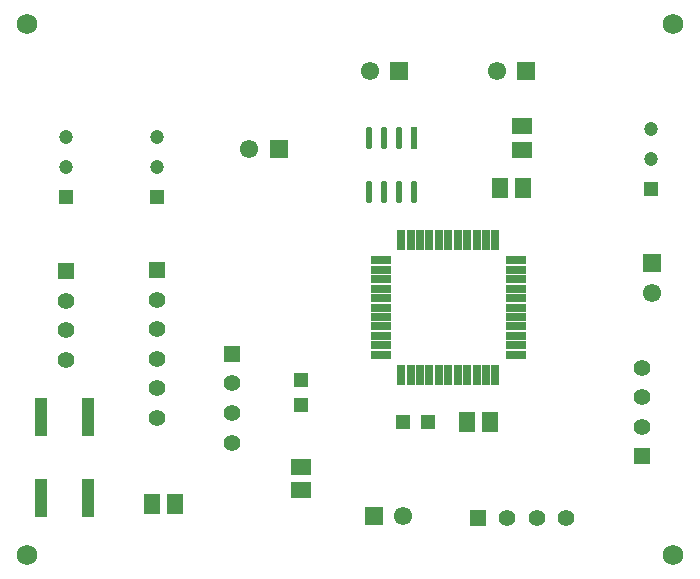
<source format=gts>
G04*
G04 #@! TF.GenerationSoftware,Altium Limited,Altium Designer,23.1.1 (15)*
G04*
G04 Layer_Color=8388736*
%FSLAX44Y44*%
%MOMM*%
G71*
G04*
G04 #@! TF.SameCoordinates,A958324D-6691-4423-B282-4C8B23E47DD7*
G04*
G04*
G04 #@! TF.FilePolarity,Negative*
G04*
G01*
G75*
%ADD14R,1.0000X3.2000*%
%ADD16R,1.2000X1.2000*%
%ADD17R,1.2000X1.2000*%
G04:AMPARAMS|DCode=21|XSize=1.8741mm|YSize=0.5434mm|CornerRadius=0.2717mm|HoleSize=0mm|Usage=FLASHONLY|Rotation=270.000|XOffset=0mm|YOffset=0mm|HoleType=Round|Shape=RoundedRectangle|*
%AMROUNDEDRECTD21*
21,1,1.8741,0.0000,0,0,270.0*
21,1,1.3307,0.5434,0,0,270.0*
1,1,0.5434,0.0000,-0.6653*
1,1,0.5434,0.0000,0.6653*
1,1,0.5434,0.0000,0.6653*
1,1,0.5434,0.0000,-0.6653*
%
%ADD21ROUNDEDRECTD21*%
%ADD22R,0.5434X1.8741*%
%ADD23R,1.4032X1.6532*%
%ADD24R,1.6764X0.7112*%
%ADD25R,0.7112X1.6764*%
%ADD26R,1.6532X1.4032*%
%ADD27C,1.4000*%
%ADD28R,1.4000X1.4000*%
%ADD29C,1.5500*%
%ADD30R,1.5500X1.5500*%
%ADD31R,1.4000X1.4000*%
%ADD32R,1.5500X1.5500*%
%ADD33C,1.2000*%
%ADD34C,1.7272*%
D14*
X679770Y609310D02*
D03*
Y541310D02*
D03*
X719770Y609310D02*
D03*
Y541310D02*
D03*
D16*
X900430Y640760D02*
D03*
Y619760D02*
D03*
X1196340Y802640D02*
D03*
X778510Y796290D02*
D03*
X701040D02*
D03*
D17*
X986450Y605790D02*
D03*
X1007450D02*
D03*
D21*
X995680Y799799D02*
D03*
X982980D02*
D03*
X970280D02*
D03*
X957580D02*
D03*
Y846121D02*
D03*
X970280D02*
D03*
X982980D02*
D03*
D22*
X995680D02*
D03*
D23*
X793590Y535940D02*
D03*
X773590D02*
D03*
X1060290Y605790D02*
D03*
X1040290D02*
D03*
X1088390Y803910D02*
D03*
X1068390D02*
D03*
D24*
X967486Y742188D02*
D03*
Y734314D02*
D03*
Y726186D02*
D03*
Y718312D02*
D03*
Y710184D02*
D03*
Y702310D02*
D03*
Y694436D02*
D03*
Y686308D02*
D03*
Y678434D02*
D03*
Y670306D02*
D03*
Y662432D02*
D03*
X1082294D02*
D03*
Y670306D02*
D03*
Y678434D02*
D03*
Y686308D02*
D03*
Y694436D02*
D03*
Y702310D02*
D03*
Y710184D02*
D03*
Y718312D02*
D03*
Y726186D02*
D03*
Y734314D02*
D03*
Y742188D02*
D03*
D25*
X985012Y644906D02*
D03*
X992886D02*
D03*
X1001014D02*
D03*
X1008888D02*
D03*
X1017016D02*
D03*
X1024890D02*
D03*
X1032764D02*
D03*
X1040892D02*
D03*
X1048766D02*
D03*
X1056894D02*
D03*
X1064768D02*
D03*
Y759714D02*
D03*
X1056894D02*
D03*
X1048766D02*
D03*
X1040892D02*
D03*
X1032764D02*
D03*
X1024890D02*
D03*
X1017016D02*
D03*
X1008888D02*
D03*
X1001014D02*
D03*
X992886D02*
D03*
X985012D02*
D03*
D26*
X1087120Y855820D02*
D03*
Y835820D02*
D03*
X900430Y547690D02*
D03*
Y567690D02*
D03*
D27*
X701040Y657860D02*
D03*
Y682860D02*
D03*
Y707860D02*
D03*
X842010Y588010D02*
D03*
Y613010D02*
D03*
Y638010D02*
D03*
X1124820Y524510D02*
D03*
X1099820D02*
D03*
X1074820D02*
D03*
X1188720Y651510D02*
D03*
Y626510D02*
D03*
Y601510D02*
D03*
X778510Y609060D02*
D03*
Y634060D02*
D03*
Y659060D02*
D03*
Y684060D02*
D03*
Y709060D02*
D03*
D28*
X701040Y732860D02*
D03*
X842010Y663010D02*
D03*
X1188720Y576510D02*
D03*
X778510Y734060D02*
D03*
D29*
X986590Y525950D02*
D03*
X1197610Y715010D02*
D03*
X1065730Y902800D02*
D03*
X958415D02*
D03*
X856380Y836930D02*
D03*
D30*
X961590Y525950D02*
D03*
X1090730Y902800D02*
D03*
X983415D02*
D03*
X881380Y836930D02*
D03*
D31*
X1049820Y524510D02*
D03*
D32*
X1197610Y740010D02*
D03*
D33*
X1196340Y853440D02*
D03*
Y828040D02*
D03*
X778510Y847090D02*
D03*
Y821690D02*
D03*
X701040Y847090D02*
D03*
Y821690D02*
D03*
D34*
X668020Y942340D02*
D03*
Y492760D02*
D03*
X1215390Y942340D02*
D03*
Y492760D02*
D03*
M02*

</source>
